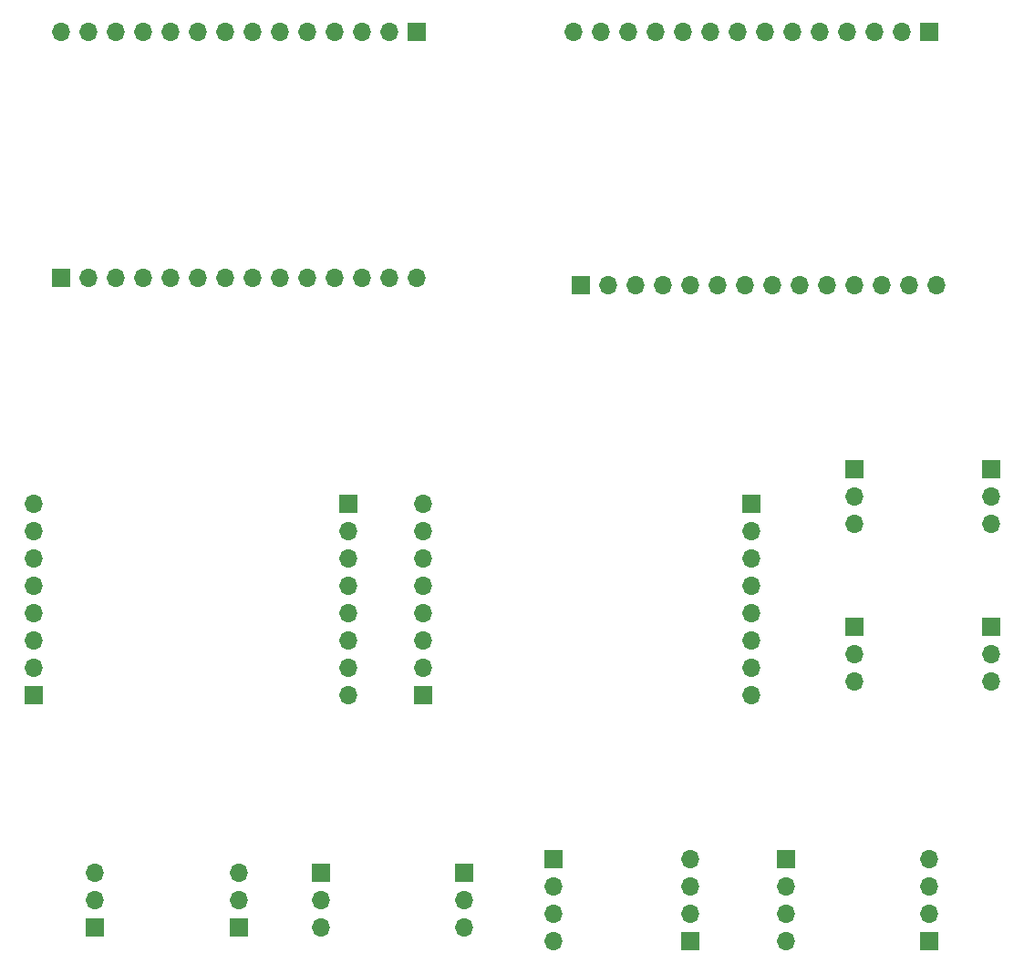
<source format=gbr>
G04 #@! TF.FileFunction,Copper,L2,Bot,Signal*
%FSLAX46Y46*%
G04 Gerber Fmt 4.6, Leading zero omitted, Abs format (unit mm)*
G04 Created by KiCad (PCBNEW 4.0.7) date 02/20/18 21:57:49*
%MOMM*%
%LPD*%
G01*
G04 APERTURE LIST*
%ADD10C,0.100000*%
%ADD11R,1.700000X1.700000*%
%ADD12O,1.700000X1.700000*%
G04 APERTURE END LIST*
D10*
D11*
X54610000Y-24765000D03*
D12*
X52070000Y-24765000D03*
X49530000Y-24765000D03*
X46990000Y-24765000D03*
X44450000Y-24765000D03*
X41910000Y-24765000D03*
X39370000Y-24765000D03*
X36830000Y-24765000D03*
X34290000Y-24765000D03*
X31750000Y-24765000D03*
X29210000Y-24765000D03*
X26670000Y-24765000D03*
X24130000Y-24765000D03*
X21590000Y-24765000D03*
D11*
X21590000Y-47625000D03*
D12*
X24130000Y-47625000D03*
X26670000Y-47625000D03*
X29210000Y-47625000D03*
X31750000Y-47625000D03*
X34290000Y-47625000D03*
X36830000Y-47625000D03*
X39370000Y-47625000D03*
X41910000Y-47625000D03*
X44450000Y-47625000D03*
X46990000Y-47625000D03*
X49530000Y-47625000D03*
X52070000Y-47625000D03*
X54610000Y-47625000D03*
D11*
X21590000Y-47625000D03*
D12*
X24130000Y-47625000D03*
X26670000Y-47625000D03*
X29210000Y-47625000D03*
X31750000Y-47625000D03*
X34290000Y-47625000D03*
X36830000Y-47625000D03*
X39370000Y-47625000D03*
X41910000Y-47625000D03*
X44450000Y-47625000D03*
X46990000Y-47625000D03*
X49530000Y-47625000D03*
X52070000Y-47625000D03*
X54610000Y-47625000D03*
D11*
X54610000Y-24765000D03*
D12*
X52070000Y-24765000D03*
X49530000Y-24765000D03*
X46990000Y-24765000D03*
X44450000Y-24765000D03*
X41910000Y-24765000D03*
X39370000Y-24765000D03*
X36830000Y-24765000D03*
X34290000Y-24765000D03*
X31750000Y-24765000D03*
X29210000Y-24765000D03*
X26670000Y-24765000D03*
X24130000Y-24765000D03*
X21590000Y-24765000D03*
D11*
X95250000Y-65405000D03*
D12*
X95250000Y-67945000D03*
X95250000Y-70485000D03*
D11*
X19050000Y-86360000D03*
D12*
X19050000Y-83820000D03*
X19050000Y-81280000D03*
X19050000Y-78740000D03*
X19050000Y-76200000D03*
X19050000Y-73660000D03*
X19050000Y-71120000D03*
X19050000Y-68580000D03*
D11*
X107950000Y-65405000D03*
D12*
X107950000Y-67945000D03*
X107950000Y-70485000D03*
D11*
X48260000Y-68580000D03*
D12*
X48260000Y-71120000D03*
X48260000Y-73660000D03*
X48260000Y-76200000D03*
X48260000Y-78740000D03*
X48260000Y-81280000D03*
X48260000Y-83820000D03*
X48260000Y-86360000D03*
D11*
X69850000Y-48260000D03*
D12*
X72390000Y-48260000D03*
X74930000Y-48260000D03*
X77470000Y-48260000D03*
X80010000Y-48260000D03*
X82550000Y-48260000D03*
X85090000Y-48260000D03*
X87630000Y-48260000D03*
X90170000Y-48260000D03*
X92710000Y-48260000D03*
X95250000Y-48260000D03*
X97790000Y-48260000D03*
X100330000Y-48260000D03*
X102870000Y-48260000D03*
D11*
X102235000Y-24765000D03*
D12*
X99695000Y-24765000D03*
X97155000Y-24765000D03*
X94615000Y-24765000D03*
X92075000Y-24765000D03*
X89535000Y-24765000D03*
X86995000Y-24765000D03*
X84455000Y-24765000D03*
X81915000Y-24765000D03*
X79375000Y-24765000D03*
X76835000Y-24765000D03*
X74295000Y-24765000D03*
X71755000Y-24765000D03*
X69215000Y-24765000D03*
D11*
X95250000Y-80010000D03*
D12*
X95250000Y-82550000D03*
X95250000Y-85090000D03*
D11*
X55245000Y-86360000D03*
D12*
X55245000Y-83820000D03*
X55245000Y-81280000D03*
X55245000Y-78740000D03*
X55245000Y-76200000D03*
X55245000Y-73660000D03*
X55245000Y-71120000D03*
X55245000Y-68580000D03*
D11*
X107950000Y-80010000D03*
D12*
X107950000Y-82550000D03*
X107950000Y-85090000D03*
D11*
X45720000Y-102870000D03*
D12*
X45720000Y-105410000D03*
X45720000Y-107950000D03*
D11*
X38100000Y-107950000D03*
D12*
X38100000Y-105410000D03*
X38100000Y-102870000D03*
D11*
X85725000Y-68580000D03*
D12*
X85725000Y-71120000D03*
X85725000Y-73660000D03*
X85725000Y-76200000D03*
X85725000Y-78740000D03*
X85725000Y-81280000D03*
X85725000Y-83820000D03*
X85725000Y-86360000D03*
D11*
X59055000Y-102870000D03*
D12*
X59055000Y-105410000D03*
X59055000Y-107950000D03*
D11*
X24765000Y-107950000D03*
D12*
X24765000Y-105410000D03*
X24765000Y-102870000D03*
D11*
X80010000Y-109220000D03*
D12*
X80010000Y-106680000D03*
X80010000Y-104140000D03*
X80010000Y-101600000D03*
D11*
X67310000Y-101600000D03*
D12*
X67310000Y-104140000D03*
X67310000Y-106680000D03*
X67310000Y-109220000D03*
D11*
X102235000Y-109220000D03*
D12*
X102235000Y-106680000D03*
X102235000Y-104140000D03*
X102235000Y-101600000D03*
D11*
X88900000Y-101600000D03*
D12*
X88900000Y-104140000D03*
X88900000Y-106680000D03*
X88900000Y-109220000D03*
M02*

</source>
